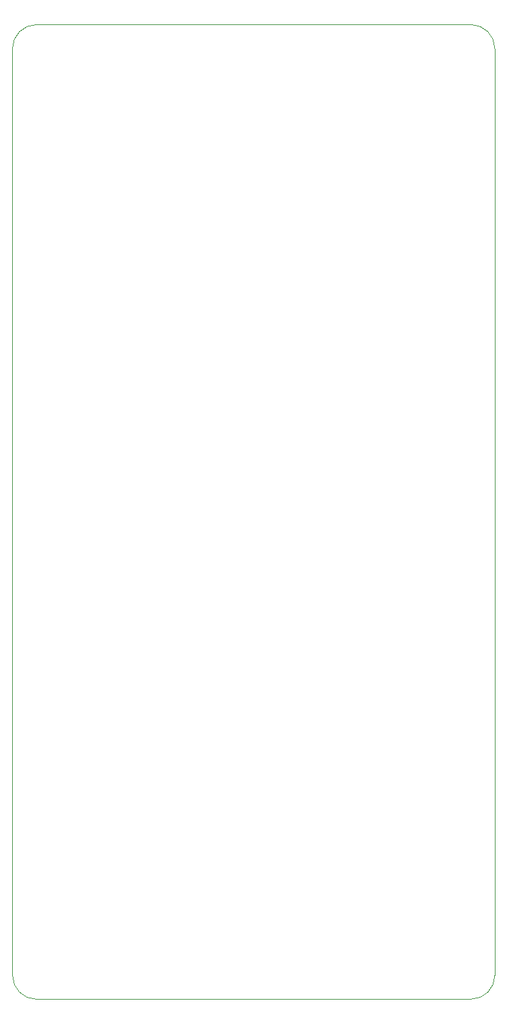
<source format=gbr>
%TF.GenerationSoftware,KiCad,Pcbnew,(6.0.1-0)*%
%TF.CreationDate,2022-06-06T20:51:43+12:00*%
%TF.ProjectId,controller,636f6e74-726f-46c6-9c65-722e6b696361,2.0*%
%TF.SameCoordinates,PX324e6b0PYa469d80*%
%TF.FileFunction,Profile,NP*%
%FSLAX46Y46*%
G04 Gerber Fmt 4.6, Leading zero omitted, Abs format (unit mm)*
G04 Created by KiCad (PCBNEW (6.0.1-0)) date 2022-06-06 20:51:43*
%MOMM*%
%LPD*%
G01*
G04 APERTURE LIST*
%TA.AperFunction,Profile*%
%ADD10C,0.100000*%
%TD*%
G04 APERTURE END LIST*
D10*
X65500000Y8000000D02*
X65500000Y124000000D01*
X62500001Y5000000D02*
G75*
G03*
X65500001Y8000000I-1J3000001D01*
G01*
X5000000Y124000000D02*
X5000000Y8000000D01*
X8000000Y127000000D02*
G75*
G03*
X5000000Y124000000I1J-3000001D01*
G01*
X8000000Y5000000D02*
X62500001Y5000000D01*
X5000000Y8000000D02*
G75*
G03*
X8000000Y5000000I3000001J1D01*
G01*
X65500000Y124000000D02*
G75*
G03*
X62500000Y127000000I-3000001J-1D01*
G01*
X62500000Y127000000D02*
X8000000Y126999999D01*
M02*

</source>
